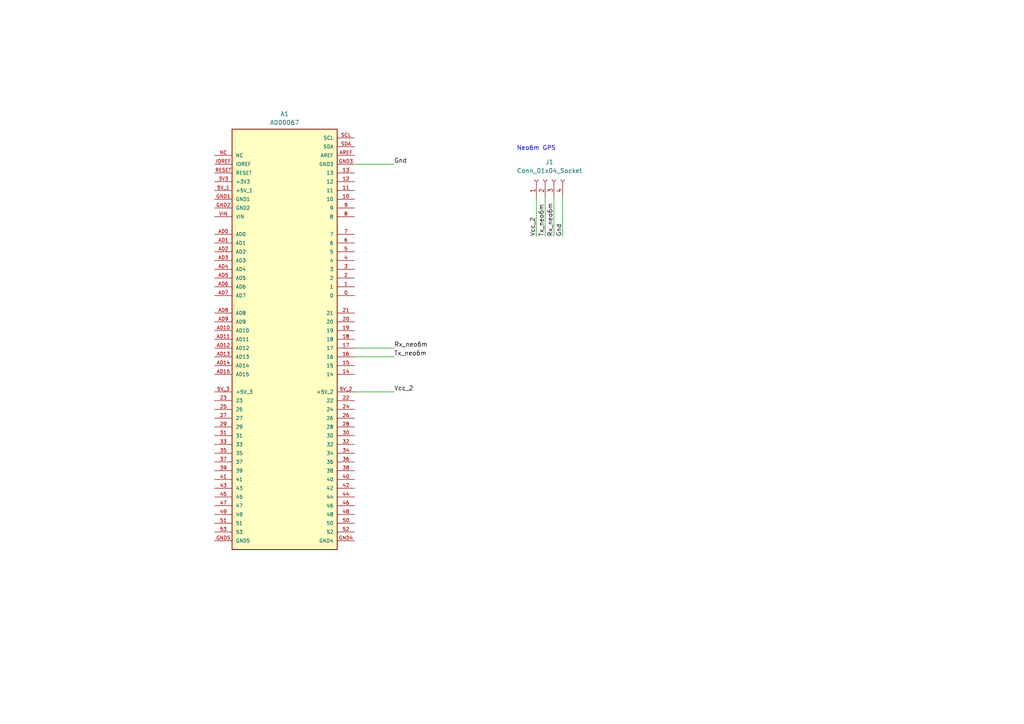
<source format=kicad_sch>
(kicad_sch (version 20230121) (generator eeschema)

  (uuid a2ba3659-10d6-4a5f-8b90-48454744c6da)

  (paper "A4")

  (title_block
    (title "Dashboard")
    (date "2024-03-28")
    (rev "v01")
    (company "Apex Racing Team")
    (comment 2 "creativecommons.org/licenses/by/4.0/")
    (comment 3 "License: CC BY 4.0")
    (comment 4 "Author: Sreeram R")
  )

  (lib_symbols
    (symbol "A000067:A000067" (pin_names (offset 1.016)) (in_bom yes) (on_board yes)
      (property "Reference" "A" (at -15.24 61.595 0)
        (effects (font (size 1.27 1.27)) (justify left bottom))
      )
      (property "Value" "A000067" (at -15.24 -63.5 0)
        (effects (font (size 1.27 1.27)) (justify left bottom))
      )
      (property "Footprint" "A000067:ARDUINO_A000067" (at 0 0 0)
        (effects (font (size 1.27 1.27)) (justify bottom) hide)
      )
      (property "Datasheet" "" (at 0 0 0)
        (effects (font (size 1.27 1.27)) hide)
      )
      (property "MF" "Arduino" (at 0 0 0)
        (effects (font (size 1.27 1.27)) (justify bottom) hide)
      )
      (property "SNAPEDA_PACKAGE_ID" "116889" (at 0 0 0)
        (effects (font (size 1.27 1.27)) (justify bottom) hide)
      )
      (property "Package" "Non-Standard Arduino" (at 0 0 0)
        (effects (font (size 1.27 1.27)) (justify bottom) hide)
      )
      (property "Price" "None" (at 0 0 0)
        (effects (font (size 1.27 1.27)) (justify bottom) hide)
      )
      (property "Check_prices" "https://www.snapeda.com/parts/A000067/Arduino/view-part/?ref=eda" (at 0 0 0)
        (effects (font (size 1.27 1.27)) (justify bottom) hide)
      )
      (property "STANDARD" "Manufacturer Recommendations" (at 0 0 0)
        (effects (font (size 1.27 1.27)) (justify bottom) hide)
      )
      (property "PARTREV" "3" (at 0 0 0)
        (effects (font (size 1.27 1.27)) (justify bottom) hide)
      )
      (property "SnapEDA_Link" "https://www.snapeda.com/parts/A000067/Arduino/view-part/?ref=snap" (at 0 0 0)
        (effects (font (size 1.27 1.27)) (justify bottom) hide)
      )
      (property "MP" "A000067" (at 0 0 0)
        (effects (font (size 1.27 1.27)) (justify bottom) hide)
      )
      (property "Description" "\nArduino Mega 2560 Rev3 Microcontroller Board, ATmega2560 | Arduino A000067\n" (at 0 0 0)
        (effects (font (size 1.27 1.27)) (justify bottom) hide)
      )
      (property "Availability" "In Stock" (at 0 0 0)
        (effects (font (size 1.27 1.27)) (justify bottom) hide)
      )
      (property "MANUFACTURER" "Arduino" (at 0 0 0)
        (effects (font (size 1.27 1.27)) (justify bottom) hide)
      )
      (symbol "A000067_0_0"
        (rectangle (start -15.24 -60.96) (end 15.24 60.96)
          (stroke (width 0.254) (type default))
          (fill (type background))
        )
        (pin passive line (at 20.32 12.7 180) (length 5.08)
          (name "0" (effects (font (size 1.016 1.016))))
          (number "0" (effects (font (size 1.016 1.016))))
        )
        (pin passive line (at 20.32 15.24 180) (length 5.08)
          (name "1" (effects (font (size 1.016 1.016))))
          (number "1" (effects (font (size 1.016 1.016))))
        )
        (pin passive line (at 20.32 40.64 180) (length 5.08)
          (name "10" (effects (font (size 1.016 1.016))))
          (number "10" (effects (font (size 1.016 1.016))))
        )
        (pin passive line (at 20.32 43.18 180) (length 5.08)
          (name "11" (effects (font (size 1.016 1.016))))
          (number "11" (effects (font (size 1.016 1.016))))
        )
        (pin passive line (at 20.32 45.72 180) (length 5.08)
          (name "12" (effects (font (size 1.016 1.016))))
          (number "12" (effects (font (size 1.016 1.016))))
        )
        (pin passive line (at 20.32 48.26 180) (length 5.08)
          (name "13" (effects (font (size 1.016 1.016))))
          (number "13" (effects (font (size 1.016 1.016))))
        )
        (pin passive line (at 20.32 -10.16 180) (length 5.08)
          (name "14" (effects (font (size 1.016 1.016))))
          (number "14" (effects (font (size 1.016 1.016))))
        )
        (pin passive line (at 20.32 -7.62 180) (length 5.08)
          (name "15" (effects (font (size 1.016 1.016))))
          (number "15" (effects (font (size 1.016 1.016))))
        )
        (pin passive line (at 20.32 -5.08 180) (length 5.08)
          (name "16" (effects (font (size 1.016 1.016))))
          (number "16" (effects (font (size 1.016 1.016))))
        )
        (pin passive line (at 20.32 -2.54 180) (length 5.08)
          (name "17" (effects (font (size 1.016 1.016))))
          (number "17" (effects (font (size 1.016 1.016))))
        )
        (pin passive line (at 20.32 0 180) (length 5.08)
          (name "18" (effects (font (size 1.016 1.016))))
          (number "18" (effects (font (size 1.016 1.016))))
        )
        (pin passive line (at 20.32 2.54 180) (length 5.08)
          (name "19" (effects (font (size 1.016 1.016))))
          (number "19" (effects (font (size 1.016 1.016))))
        )
        (pin passive line (at 20.32 17.78 180) (length 5.08)
          (name "2" (effects (font (size 1.016 1.016))))
          (number "2" (effects (font (size 1.016 1.016))))
        )
        (pin passive line (at 20.32 5.08 180) (length 5.08)
          (name "20" (effects (font (size 1.016 1.016))))
          (number "20" (effects (font (size 1.016 1.016))))
        )
        (pin passive line (at 20.32 7.62 180) (length 5.08)
          (name "21" (effects (font (size 1.016 1.016))))
          (number "21" (effects (font (size 1.016 1.016))))
        )
        (pin passive line (at 20.32 -17.78 180) (length 5.08)
          (name "22" (effects (font (size 1.016 1.016))))
          (number "22" (effects (font (size 1.016 1.016))))
        )
        (pin passive line (at -20.32 -17.78 0) (length 5.08)
          (name "23" (effects (font (size 1.016 1.016))))
          (number "23" (effects (font (size 1.016 1.016))))
        )
        (pin passive line (at 20.32 -20.32 180) (length 5.08)
          (name "24" (effects (font (size 1.016 1.016))))
          (number "24" (effects (font (size 1.016 1.016))))
        )
        (pin passive line (at -20.32 -20.32 0) (length 5.08)
          (name "25" (effects (font (size 1.016 1.016))))
          (number "25" (effects (font (size 1.016 1.016))))
        )
        (pin passive line (at 20.32 -22.86 180) (length 5.08)
          (name "26" (effects (font (size 1.016 1.016))))
          (number "26" (effects (font (size 1.016 1.016))))
        )
        (pin passive line (at -20.32 -22.86 0) (length 5.08)
          (name "27" (effects (font (size 1.016 1.016))))
          (number "27" (effects (font (size 1.016 1.016))))
        )
        (pin passive line (at 20.32 -25.4 180) (length 5.08)
          (name "28" (effects (font (size 1.016 1.016))))
          (number "28" (effects (font (size 1.016 1.016))))
        )
        (pin passive line (at -20.32 -25.4 0) (length 5.08)
          (name "29" (effects (font (size 1.016 1.016))))
          (number "29" (effects (font (size 1.016 1.016))))
        )
        (pin passive line (at 20.32 20.32 180) (length 5.08)
          (name "3" (effects (font (size 1.016 1.016))))
          (number "3" (effects (font (size 1.016 1.016))))
        )
        (pin passive line (at 20.32 -27.94 180) (length 5.08)
          (name "30" (effects (font (size 1.016 1.016))))
          (number "30" (effects (font (size 1.016 1.016))))
        )
        (pin passive line (at -20.32 -27.94 0) (length 5.08)
          (name "31" (effects (font (size 1.016 1.016))))
          (number "31" (effects (font (size 1.016 1.016))))
        )
        (pin passive line (at 20.32 -30.48 180) (length 5.08)
          (name "32" (effects (font (size 1.016 1.016))))
          (number "32" (effects (font (size 1.016 1.016))))
        )
        (pin passive line (at -20.32 -30.48 0) (length 5.08)
          (name "33" (effects (font (size 1.016 1.016))))
          (number "33" (effects (font (size 1.016 1.016))))
        )
        (pin passive line (at 20.32 -33.02 180) (length 5.08)
          (name "34" (effects (font (size 1.016 1.016))))
          (number "34" (effects (font (size 1.016 1.016))))
        )
        (pin passive line (at -20.32 -33.02 0) (length 5.08)
          (name "35" (effects (font (size 1.016 1.016))))
          (number "35" (effects (font (size 1.016 1.016))))
        )
        (pin passive line (at 20.32 -35.56 180) (length 5.08)
          (name "36" (effects (font (size 1.016 1.016))))
          (number "36" (effects (font (size 1.016 1.016))))
        )
        (pin passive line (at -20.32 -35.56 0) (length 5.08)
          (name "37" (effects (font (size 1.016 1.016))))
          (number "37" (effects (font (size 1.016 1.016))))
        )
        (pin passive line (at 20.32 -38.1 180) (length 5.08)
          (name "38" (effects (font (size 1.016 1.016))))
          (number "38" (effects (font (size 1.016 1.016))))
        )
        (pin passive line (at -20.32 -38.1 0) (length 5.08)
          (name "39" (effects (font (size 1.016 1.016))))
          (number "39" (effects (font (size 1.016 1.016))))
        )
        (pin passive line (at -20.32 45.72 0) (length 5.08)
          (name "+3V3" (effects (font (size 1.016 1.016))))
          (number "3V3" (effects (font (size 1.016 1.016))))
        )
        (pin passive line (at 20.32 22.86 180) (length 5.08)
          (name "4" (effects (font (size 1.016 1.016))))
          (number "4" (effects (font (size 1.016 1.016))))
        )
        (pin passive line (at 20.32 -40.64 180) (length 5.08)
          (name "40" (effects (font (size 1.016 1.016))))
          (number "40" (effects (font (size 1.016 1.016))))
        )
        (pin passive line (at -20.32 -40.64 0) (length 5.08)
          (name "41" (effects (font (size 1.016 1.016))))
          (number "41" (effects (font (size 1.016 1.016))))
        )
        (pin passive line (at 20.32 -43.18 180) (length 5.08)
          (name "42" (effects (font (size 1.016 1.016))))
          (number "42" (effects (font (size 1.016 1.016))))
        )
        (pin passive line (at -20.32 -43.18 0) (length 5.08)
          (name "43" (effects (font (size 1.016 1.016))))
          (number "43" (effects (font (size 1.016 1.016))))
        )
        (pin passive line (at 20.32 -45.72 180) (length 5.08)
          (name "44" (effects (font (size 1.016 1.016))))
          (number "44" (effects (font (size 1.016 1.016))))
        )
        (pin passive line (at -20.32 -45.72 0) (length 5.08)
          (name "45" (effects (font (size 1.016 1.016))))
          (number "45" (effects (font (size 1.016 1.016))))
        )
        (pin passive line (at 20.32 -48.26 180) (length 5.08)
          (name "46" (effects (font (size 1.016 1.016))))
          (number "46" (effects (font (size 1.016 1.016))))
        )
        (pin passive line (at -20.32 -48.26 0) (length 5.08)
          (name "47" (effects (font (size 1.016 1.016))))
          (number "47" (effects (font (size 1.016 1.016))))
        )
        (pin passive line (at 20.32 -50.8 180) (length 5.08)
          (name "48" (effects (font (size 1.016 1.016))))
          (number "48" (effects (font (size 1.016 1.016))))
        )
        (pin passive line (at -20.32 -50.8 0) (length 5.08)
          (name "49" (effects (font (size 1.016 1.016))))
          (number "49" (effects (font (size 1.016 1.016))))
        )
        (pin passive line (at 20.32 25.4 180) (length 5.08)
          (name "5" (effects (font (size 1.016 1.016))))
          (number "5" (effects (font (size 1.016 1.016))))
        )
        (pin passive line (at 20.32 -53.34 180) (length 5.08)
          (name "50" (effects (font (size 1.016 1.016))))
          (number "50" (effects (font (size 1.016 1.016))))
        )
        (pin passive line (at -20.32 -53.34 0) (length 5.08)
          (name "51" (effects (font (size 1.016 1.016))))
          (number "51" (effects (font (size 1.016 1.016))))
        )
        (pin passive line (at 20.32 -55.88 180) (length 5.08)
          (name "52" (effects (font (size 1.016 1.016))))
          (number "52" (effects (font (size 1.016 1.016))))
        )
        (pin passive line (at -20.32 -55.88 0) (length 5.08)
          (name "53" (effects (font (size 1.016 1.016))))
          (number "53" (effects (font (size 1.016 1.016))))
        )
        (pin passive line (at -20.32 43.18 0) (length 5.08)
          (name "+5V_1" (effects (font (size 1.016 1.016))))
          (number "5V_1" (effects (font (size 1.016 1.016))))
        )
        (pin passive line (at 20.32 -15.24 180) (length 5.08)
          (name "+5V_2" (effects (font (size 1.016 1.016))))
          (number "5V_2" (effects (font (size 1.016 1.016))))
        )
        (pin passive line (at -20.32 -15.24 0) (length 5.08)
          (name "+5V_3" (effects (font (size 1.016 1.016))))
          (number "5V_3" (effects (font (size 1.016 1.016))))
        )
        (pin passive line (at 20.32 27.94 180) (length 5.08)
          (name "6" (effects (font (size 1.016 1.016))))
          (number "6" (effects (font (size 1.016 1.016))))
        )
        (pin passive line (at 20.32 30.48 180) (length 5.08)
          (name "7" (effects (font (size 1.016 1.016))))
          (number "7" (effects (font (size 1.016 1.016))))
        )
        (pin passive line (at 20.32 35.56 180) (length 5.08)
          (name "8" (effects (font (size 1.016 1.016))))
          (number "8" (effects (font (size 1.016 1.016))))
        )
        (pin passive line (at 20.32 38.1 180) (length 5.08)
          (name "9" (effects (font (size 1.016 1.016))))
          (number "9" (effects (font (size 1.016 1.016))))
        )
        (pin passive line (at -20.32 30.48 0) (length 5.08)
          (name "AD0" (effects (font (size 1.016 1.016))))
          (number "AD0" (effects (font (size 1.016 1.016))))
        )
        (pin passive line (at -20.32 27.94 0) (length 5.08)
          (name "AD1" (effects (font (size 1.016 1.016))))
          (number "AD1" (effects (font (size 1.016 1.016))))
        )
        (pin passive line (at -20.32 2.54 0) (length 5.08)
          (name "AD10" (effects (font (size 1.016 1.016))))
          (number "AD10" (effects (font (size 1.016 1.016))))
        )
        (pin passive line (at -20.32 0 0) (length 5.08)
          (name "AD11" (effects (font (size 1.016 1.016))))
          (number "AD11" (effects (font (size 1.016 1.016))))
        )
        (pin passive line (at -20.32 -2.54 0) (length 5.08)
          (name "AD12" (effects (font (size 1.016 1.016))))
          (number "AD12" (effects (font (size 1.016 1.016))))
        )
        (pin passive line (at -20.32 -5.08 0) (length 5.08)
          (name "AD13" (effects (font (size 1.016 1.016))))
          (number "AD13" (effects (font (size 1.016 1.016))))
        )
        (pin passive line (at -20.32 -7.62 0) (length 5.08)
          (name "AD14" (effects (font (size 1.016 1.016))))
          (number "AD14" (effects (font (size 1.016 1.016))))
        )
        (pin passive line (at -20.32 -10.16 0) (length 5.08)
          (name "AD15" (effects (font (size 1.016 1.016))))
          (number "AD15" (effects (font (size 1.016 1.016))))
        )
        (pin passive line (at -20.32 25.4 0) (length 5.08)
          (name "AD2" (effects (font (size 1.016 1.016))))
          (number "AD2" (effects (font (size 1.016 1.016))))
        )
        (pin passive line (at -20.32 22.86 0) (length 5.08)
          (name "AD3" (effects (font (size 1.016 1.016))))
          (number "AD3" (effects (font (size 1.016 1.016))))
        )
        (pin passive line (at -20.32 20.32 0) (length 5.08)
          (name "AD4" (effects (font (size 1.016 1.016))))
          (number "AD4" (effects (font (size 1.016 1.016))))
        )
        (pin passive line (at -20.32 17.78 0) (length 5.08)
          (name "AD5" (effects (font (size 1.016 1.016))))
          (number "AD5" (effects (font (size 1.016 1.016))))
        )
        (pin passive line (at -20.32 15.24 0) (length 5.08)
          (name "AD6" (effects (font (size 1.016 1.016))))
          (number "AD6" (effects (font (size 1.016 1.016))))
        )
        (pin passive line (at -20.32 12.7 0) (length 5.08)
          (name "AD7" (effects (font (size 1.016 1.016))))
          (number "AD7" (effects (font (size 1.016 1.016))))
        )
        (pin passive line (at -20.32 7.62 0) (length 5.08)
          (name "AD8" (effects (font (size 1.016 1.016))))
          (number "AD8" (effects (font (size 1.016 1.016))))
        )
        (pin passive line (at -20.32 5.08 0) (length 5.08)
          (name "AD9" (effects (font (size 1.016 1.016))))
          (number "AD9" (effects (font (size 1.016 1.016))))
        )
        (pin passive line (at 20.32 53.34 180) (length 5.08)
          (name "AREF" (effects (font (size 1.016 1.016))))
          (number "AREF" (effects (font (size 1.016 1.016))))
        )
        (pin passive line (at -20.32 40.64 0) (length 5.08)
          (name "GND1" (effects (font (size 1.016 1.016))))
          (number "GND1" (effects (font (size 1.016 1.016))))
        )
        (pin passive line (at -20.32 38.1 0) (length 5.08)
          (name "GND2" (effects (font (size 1.016 1.016))))
          (number "GND2" (effects (font (size 1.016 1.016))))
        )
        (pin passive line (at 20.32 50.8 180) (length 5.08)
          (name "GND3" (effects (font (size 1.016 1.016))))
          (number "GND3" (effects (font (size 1.016 1.016))))
        )
        (pin passive line (at 20.32 -58.42 180) (length 5.08)
          (name "GND4" (effects (font (size 1.016 1.016))))
          (number "GND4" (effects (font (size 1.016 1.016))))
        )
        (pin passive line (at -20.32 -58.42 0) (length 5.08)
          (name "GND5" (effects (font (size 1.016 1.016))))
          (number "GND5" (effects (font (size 1.016 1.016))))
        )
        (pin passive line (at -20.32 50.8 0) (length 5.08)
          (name "IOREF" (effects (font (size 1.016 1.016))))
          (number "IOREF" (effects (font (size 1.016 1.016))))
        )
        (pin passive line (at -20.32 53.34 0) (length 5.08)
          (name "NC" (effects (font (size 1.016 1.016))))
          (number "NC" (effects (font (size 1.016 1.016))))
        )
        (pin passive line (at -20.32 48.26 0) (length 5.08)
          (name "RESET" (effects (font (size 1.016 1.016))))
          (number "RESET" (effects (font (size 1.016 1.016))))
        )
        (pin passive line (at 20.32 58.42 180) (length 5.08)
          (name "SCL" (effects (font (size 1.016 1.016))))
          (number "SCL" (effects (font (size 1.016 1.016))))
        )
        (pin passive line (at 20.32 55.88 180) (length 5.08)
          (name "SDA" (effects (font (size 1.016 1.016))))
          (number "SDA" (effects (font (size 1.016 1.016))))
        )
        (pin passive line (at -20.32 35.56 0) (length 5.08)
          (name "VIN" (effects (font (size 1.016 1.016))))
          (number "VIN" (effects (font (size 1.016 1.016))))
        )
      )
    )
    (symbol "Connector:Conn_01x04_Socket" (pin_names (offset 1.016) hide) (in_bom yes) (on_board yes)
      (property "Reference" "J" (at 0 5.08 0)
        (effects (font (size 1.27 1.27)))
      )
      (property "Value" "Conn_01x04_Socket" (at 0 -7.62 0)
        (effects (font (size 1.27 1.27)))
      )
      (property "Footprint" "" (at 0 0 0)
        (effects (font (size 1.27 1.27)) hide)
      )
      (property "Datasheet" "~" (at 0 0 0)
        (effects (font (size 1.27 1.27)) hide)
      )
      (property "ki_locked" "" (at 0 0 0)
        (effects (font (size 1.27 1.27)))
      )
      (property "ki_keywords" "connector" (at 0 0 0)
        (effects (font (size 1.27 1.27)) hide)
      )
      (property "ki_description" "Generic connector, single row, 01x04, script generated" (at 0 0 0)
        (effects (font (size 1.27 1.27)) hide)
      )
      (property "ki_fp_filters" "Connector*:*_1x??_*" (at 0 0 0)
        (effects (font (size 1.27 1.27)) hide)
      )
      (symbol "Conn_01x04_Socket_1_1"
        (arc (start 0 -4.572) (mid -0.5058 -5.08) (end 0 -5.588)
          (stroke (width 0.1524) (type default))
          (fill (type none))
        )
        (arc (start 0 -2.032) (mid -0.5058 -2.54) (end 0 -3.048)
          (stroke (width 0.1524) (type default))
          (fill (type none))
        )
        (polyline
          (pts
            (xy -1.27 -5.08)
            (xy -0.508 -5.08)
          )
          (stroke (width 0.1524) (type default))
          (fill (type none))
        )
        (polyline
          (pts
            (xy -1.27 -2.54)
            (xy -0.508 -2.54)
          )
          (stroke (width 0.1524) (type default))
          (fill (type none))
        )
        (polyline
          (pts
            (xy -1.27 0)
            (xy -0.508 0)
          )
          (stroke (width 0.1524) (type default))
          (fill (type none))
        )
        (polyline
          (pts
            (xy -1.27 2.54)
            (xy -0.508 2.54)
          )
          (stroke (width 0.1524) (type default))
          (fill (type none))
        )
        (arc (start 0 0.508) (mid -0.5058 0) (end 0 -0.508)
          (stroke (width 0.1524) (type default))
          (fill (type none))
        )
        (arc (start 0 3.048) (mid -0.5058 2.54) (end 0 2.032)
          (stroke (width 0.1524) (type default))
          (fill (type none))
        )
        (pin passive line (at -5.08 2.54 0) (length 3.81)
          (name "Pin_1" (effects (font (size 1.27 1.27))))
          (number "1" (effects (font (size 1.27 1.27))))
        )
        (pin passive line (at -5.08 0 0) (length 3.81)
          (name "Pin_2" (effects (font (size 1.27 1.27))))
          (number "2" (effects (font (size 1.27 1.27))))
        )
        (pin passive line (at -5.08 -2.54 0) (length 3.81)
          (name "Pin_3" (effects (font (size 1.27 1.27))))
          (number "3" (effects (font (size 1.27 1.27))))
        )
        (pin passive line (at -5.08 -5.08 0) (length 3.81)
          (name "Pin_4" (effects (font (size 1.27 1.27))))
          (number "4" (effects (font (size 1.27 1.27))))
        )
      )
    )
  )


  (wire (pts (xy 158.115 57.15) (xy 158.115 68.58))
    (stroke (width 0) (type default))
    (uuid 19c5f340-e87e-4843-a8a3-6f222d0fe696)
  )
  (wire (pts (xy 102.87 103.505) (xy 114.3 103.505))
    (stroke (width 0) (type default))
    (uuid 20cb853e-1067-4535-baf8-49120cda65df)
  )
  (wire (pts (xy 102.87 113.665) (xy 114.3 113.665))
    (stroke (width 0) (type default))
    (uuid 587f3f9a-2e59-462f-bb28-b7b3b7cd4305)
  )
  (wire (pts (xy 102.87 100.965) (xy 114.3 100.965))
    (stroke (width 0) (type default))
    (uuid 7d53c111-c241-4d45-b7aa-27b404e74b04)
  )
  (wire (pts (xy 160.655 57.15) (xy 160.655 68.58))
    (stroke (width 0) (type default))
    (uuid 9d93015c-838f-474e-af18-c99ddb9b1164)
  )
  (wire (pts (xy 102.87 47.625) (xy 114.3 47.625))
    (stroke (width 0) (type default))
    (uuid a5bee072-b88f-4a8f-8b20-5869bf2919f4)
  )
  (wire (pts (xy 163.195 57.15) (xy 163.195 68.58))
    (stroke (width 0) (type default))
    (uuid b82dbe56-ee2d-4c46-a023-86ef7d16a77e)
  )
  (wire (pts (xy 155.575 57.15) (xy 155.575 68.58))
    (stroke (width 0) (type default))
    (uuid ec6aedd6-f1bb-4634-a5e9-b54012af3e37)
  )

  (text "Neo6m GPS" (at 149.86 43.815 0)
    (effects (font (size 1.27 1.27)) (justify left bottom))
    (uuid e387f0ba-ec5a-4b60-979b-9fec2ef5a32e)
  )

  (label "Tx_neo6m" (at 158.115 68.58 90) (fields_autoplaced)
    (effects (font (size 1.27 1.27)) (justify left bottom))
    (uuid 32d07b77-f80f-48eb-b217-6d00f93a1073)
  )
  (label "Vcc_2" (at 155.575 68.58 90) (fields_autoplaced)
    (effects (font (size 1.27 1.27)) (justify left bottom))
    (uuid 367d8a33-226f-4bd5-9204-714625f83d20)
  )
  (label "Rx_neo6m" (at 114.3 100.965 0) (fields_autoplaced)
    (effects (font (size 1.27 1.27)) (justify left bottom))
    (uuid 4f207563-fc6e-41d3-93be-e5947f54ccc7)
  )
  (label "Tx_neo6m" (at 114.3 103.505 0) (fields_autoplaced)
    (effects (font (size 1.27 1.27)) (justify left bottom))
    (uuid 858ba3a1-cb1b-475d-8075-4bf22ce41345)
  )
  (label "Vcc_2" (at 114.3 113.665 0) (fields_autoplaced)
    (effects (font (size 1.27 1.27)) (justify left bottom))
    (uuid 8c355e41-9b3f-42df-82fc-c0e5fb594968)
  )
  (label "Gnd" (at 114.3 47.625 0) (fields_autoplaced)
    (effects (font (size 1.27 1.27)) (justify left bottom))
    (uuid 93b85e54-2621-47ab-ac15-8c40be9c5a3a)
  )
  (label "Rx_neo6m" (at 160.655 68.58 90) (fields_autoplaced)
    (effects (font (size 1.27 1.27)) (justify left bottom))
    (uuid 990083b9-c547-47a4-b3af-443fc9f89d6a)
  )
  (label "Gnd" (at 163.195 68.58 90) (fields_autoplaced)
    (effects (font (size 1.27 1.27)) (justify left bottom))
    (uuid d2c8cba5-f6d7-45df-a934-3f86598b32fb)
  )

  (symbol (lib_id "Connector:Conn_01x04_Socket") (at 158.115 52.07 90) (unit 1)
    (in_bom yes) (on_board yes) (dnp no) (fields_autoplaced)
    (uuid 494bb8e0-7848-4359-bfb2-0d813848e599)
    (property "Reference" "J1" (at 159.385 46.99 90)
      (effects (font (size 1.27 1.27)))
    )
    (property "Value" "Conn_01x04_Socket" (at 159.385 49.53 90)
      (effects (font (size 1.27 1.27)))
    )
    (property "Footprint" "" (at 158.115 52.07 0)
      (effects (font (size 1.27 1.27)) hide)
    )
    (property "Datasheet" "~" (at 158.115 52.07 0)
      (effects (font (size 1.27 1.27)) hide)
    )
    (pin "1" (uuid 38db565d-675c-4ed7-95f1-6296f0037c2d))
    (pin "4" (uuid 25b6b346-76b7-4408-9405-32dcf990e7b3))
    (pin "2" (uuid e0f87261-64bb-4de7-b341-9ca7c49896d4))
    (pin "3" (uuid e61ff7af-f230-466e-8fd8-ff44cc26fcbf))
    (instances
      (project "Innovation Dashboard"
        (path "/a2ba3659-10d6-4a5f-8b90-48454744c6da"
          (reference "J1") (unit 1)
        )
      )
    )
  )

  (symbol (lib_id "A000067:A000067") (at 82.55 98.425 0) (unit 1)
    (in_bom yes) (on_board yes) (dnp no) (fields_autoplaced)
    (uuid 4df52f69-ef86-4218-ac8c-27fb824e4a35)
    (property "Reference" "A1" (at 82.55 33.02 0)
      (effects (font (size 1.27 1.27)))
    )
    (property "Value" "A000067" (at 82.55 35.56 0)
      (effects (font (size 1.27 1.27)))
    )
    (property "Footprint" "A000067:ARDUINO_A000067" (at 82.55 98.425 0)
      (effects (font (size 1.27 1.27)) (justify bottom) hide)
    )
    (property "Datasheet" "" (at 82.55 98.425 0)
      (effects (font (size 1.27 1.27)) hide)
    )
    (property "MF" "Arduino" (at 82.55 98.425 0)
      (effects (font (size 1.27 1.27)) (justify bottom) hide)
    )
    (property "SNAPEDA_PACKAGE_ID" "116889" (at 82.55 98.425 0)
      (effects (font (size 1.27 1.27)) (justify bottom) hide)
    )
    (property "Package" "Non-Standard Arduino" (at 82.55 98.425 0)
      (effects (font (size 1.27 1.27)) (justify bottom) hide)
    )
    (property "Price" "None" (at 82.55 98.425 0)
      (effects (font (size 1.27 1.27)) (justify bottom) hide)
    )
    (property "Check_prices" "https://www.snapeda.com/parts/A000067/Arduino/view-part/?ref=eda" (at 82.55 98.425 0)
      (effects (font (size 1.27 1.27)) (justify bottom) hide)
    )
    (property "STANDARD" "Manufacturer Recommendations" (at 82.55 98.425 0)
      (effects (font (size 1.27 1.27)) (justify bottom) hide)
    )
    (property "PARTREV" "3" (at 82.55 98.425 0)
      (effects (font (size 1.27 1.27)) (justify bottom) hide)
    )
    (property "SnapEDA_Link" "https://www.snapeda.com/parts/A000067/Arduino/view-part/?ref=snap" (at 82.55 98.425 0)
      (effects (font (size 1.27 1.27)) (justify bottom) hide)
    )
    (property "MP" "A000067" (at 82.55 98.425 0)
      (effects (font (size 1.27 1.27)) (justify bottom) hide)
    )
    (property "Description" "\nArduino Mega 2560 Rev3 Microcontroller Board, ATmega2560 | Arduino A000067\n" (at 82.55 98.425 0)
      (effects (font (size 1.27 1.27)) (justify bottom) hide)
    )
    (property "Availability" "In Stock" (at 82.55 98.425 0)
      (effects (font (size 1.27 1.27)) (justify bottom) hide)
    )
    (property "MANUFACTURER" "Arduino" (at 82.55 98.425 0)
      (effects (font (size 1.27 1.27)) (justify bottom) hide)
    )
    (pin "6" (uuid 96425f3b-4c6c-4676-947d-019a23b4fd91))
    (pin "VIN" (uuid ef23befe-e264-4797-ab62-a8aa89fd4701))
    (pin "SDA" (uuid 188aada9-64d9-441b-bf6b-a6ac1aa61b23))
    (pin "SCL" (uuid 045ab4aa-d04e-4e23-9ea1-77b820ad123f))
    (pin "GND5" (uuid ba111e05-5c84-486d-b2f3-ab27b414207f))
    (pin "AD7" (uuid c72fa381-e8f4-4ab4-86bd-dcf996a69c0b))
    (pin "GND4" (uuid 83021bfc-7b80-4de9-9820-751f7773407f))
    (pin "8" (uuid 2f8e280f-4776-434a-87b5-867e1931fee6))
    (pin "7" (uuid b6a4cf32-73f0-4d5b-989d-8303e3a8bd9c))
    (pin "AD13" (uuid 1c2636e6-1025-461c-8422-b845383521c0))
    (pin "GND3" (uuid 43e3b162-b3a4-470d-bfba-dc58101334bc))
    (pin "IOREF" (uuid 789d0b46-2c0d-4f73-a3f2-95b7c05db2b8))
    (pin "AD3" (uuid c97e41d8-c1e1-400a-a4cd-69d67eb21715))
    (pin "AD5" (uuid 0d3778e1-26a5-4fa1-be15-d9b77b84c043))
    (pin "AD11" (uuid e2b048f4-3cd1-4bfa-9528-9c6cd2af7ffd))
    (pin "AD0" (uuid 6f2d02e0-944f-47a6-a3fc-aaa24782da8f))
    (pin "AD9" (uuid 4bb47eae-fab4-4230-b432-548623490b41))
    (pin "AD1" (uuid 975fc2fd-e72e-4cef-926e-640103250811))
    (pin "AD10" (uuid bdcc25db-90f7-4ad7-9107-538243f86151))
    (pin "GND1" (uuid 4756d3d4-0d22-4b4d-830c-110c877cce1d))
    (pin "AD15" (uuid 9ee77c39-cb36-4971-a7dd-6bb0b1904e27))
    (pin "AD4" (uuid 009072ee-5ca7-4b01-a7c8-18373f4b5363))
    (pin "AREF" (uuid e9d648dd-2e27-43a8-ae69-e3c94d47c092))
    (pin "AD12" (uuid 93deb902-be40-4f68-a3a2-08daa5447b61))
    (pin "9" (uuid edb14bf5-9a70-497f-946a-1ba7c84386b8))
    (pin "GND2" (uuid 266e5ce0-a37c-4306-9e56-ae606bd83c01))
    (pin "NC" (uuid c862b9f2-ca65-494c-80ab-f832d61c2dfa))
    (pin "RESET" (uuid e3375478-d43f-4b61-8d62-617ff4a6d4b0))
    (pin "AD2" (uuid c9c93ffb-8540-49f3-8e31-0792e588d5fd))
    (pin "AD14" (uuid cf371d03-0304-402f-86b6-46aaf48544fc))
    (pin "AD6" (uuid dfe0d5fd-c040-4027-842f-f81d37c04501))
    (pin "AD8" (uuid 1e9401ed-7558-42d2-ac8e-5b8d95b057d3))
    (pin "38" (uuid 1f230f55-5c57-45cd-a747-eef50e269274))
    (pin "42" (uuid fa7e5c42-fb4f-4b84-969d-1dc5a8731e28))
    (pin "44" (uuid 4a8c0dfa-3c75-452b-9656-91f533bf620e))
    (pin "45" (uuid 57989006-7b15-4ed9-8f28-35d0305bce6f))
    (pin "47" (uuid 8b3152ad-b4d6-4081-ba86-df94cf1406c2))
    (pin "43" (uuid 5ab7d95a-dce6-4d9f-86b5-1defa148642c))
    (pin "48" (uuid d8933c76-f34c-4384-ad9e-00923245a587))
    (pin "53" (uuid 78ecf1e7-ec17-4d39-b168-96eac5e024ca))
    (pin "5V_1" (uuid b33a7a28-aac0-4f71-b5e1-6875b8944b64))
    (pin "46" (uuid adad3241-47b1-4463-9492-3a3ad605f074))
    (pin "33" (uuid 342c80d5-8bc7-4fc7-9eb5-b16093fd6a82))
    (pin "5" (uuid 923f7749-3950-4e81-aef3-1e8c664034b0))
    (pin "50" (uuid 54ed74a4-27f7-4799-9fc7-ccefa6c6538d))
    (pin "5V_2" (uuid 716e396c-b9a7-4d85-9995-86532070ae58))
    (pin "34" (uuid 7863a9b1-fb24-4434-8999-1915a526fdf8))
    (pin "4" (uuid 4de1c3b6-772c-40e8-a766-f7f8258603fc))
    (pin "52" (uuid 31482df9-08e2-4aab-b8d7-0aae3c38ba4e))
    (pin "39" (uuid 5eeca115-8889-4911-8285-8ebeef0aaf0c))
    (pin "36" (uuid 56c82a01-e5af-498c-85a7-3954258147ff))
    (pin "40" (uuid dbf06479-8906-4140-9a60-37d9b1d62d70))
    (pin "51" (uuid a6d7206d-aa60-424a-826c-983f0148e011))
    (pin "41" (uuid b53c2836-8e33-4f29-bc1f-1d53df32f8b1))
    (pin "49" (uuid f268bdb8-0762-4b09-b115-7b2bc5c59ac8))
    (pin "37" (uuid 3795a728-53b4-45bc-9dc8-2f952529f994))
    (pin "35" (uuid a0df88ce-937c-4181-b1d5-2f223d353364))
    (pin "3V3" (uuid 8597e922-a803-46bc-95b2-93dfe0a55c8d))
    (pin "5V_3" (uuid e57fec6d-7209-479c-9a16-3b61edfe17a6))
    (pin "11" (uuid 70b68ccb-f3ea-4549-8023-703290a8ad98))
    (pin "19" (uuid 402ad661-d2d4-452a-94f2-1fa95c549ec8))
    (pin "25" (uuid f8b6f8e5-08f8-4370-a731-55606f00551f))
    (pin "15" (uuid 4e55d682-1db3-4448-a064-b7dceba45a0b))
    (pin "23" (uuid eafc8618-4d99-43af-a619-51418114cb71))
    (pin "3" (uuid 85eed56e-20eb-4b2a-b3bf-df0d4732c8a9))
    (pin "14" (uuid ddb53c0a-2056-4816-84da-c2260ea09f7d))
    (pin "10" (uuid 36000d81-3805-4efa-97c1-4a51751b7120))
    (pin "17" (uuid a5ef82de-cc80-4af2-8278-5341a38b9b85))
    (pin "20" (uuid 9f7f046c-b735-4a1d-8ee9-1d35b79d6950))
    (pin "21" (uuid 0e1af711-93c2-429c-9a4c-c92d697c5f32))
    (pin "22" (uuid c5bdd678-0aa8-4857-920b-92ce2ebf81b4))
    (pin "24" (uuid 7dc16f37-ac29-43fc-8862-387525922627))
    (pin "0" (uuid 47e4935a-489e-4527-a12f-5031b7baedff))
    (pin "16" (uuid 4a0f872c-d52f-479b-90f5-3073942e73b3))
    (pin "26" (uuid 70ff499e-c9ee-4c4c-995a-6673b171b3ea))
    (pin "27" (uuid f25d324f-66f5-4626-8641-f6a69bc23448))
    (pin "30" (uuid d88a1e62-ac0b-4d06-b1bb-bcc1130c8805))
    (pin "28" (uuid 6ed9c791-db9e-407e-ace7-780958b1a600))
    (pin "18" (uuid d4314440-2aa9-40cb-b890-3848472a4fa8))
    (pin "31" (uuid dc18c969-9996-4d6f-80e9-ef66bcc54167))
    (pin "12" (uuid c9c0a66b-53ee-42b6-acb6-f6923c64a7be))
    (pin "32" (uuid dd8c5fba-1549-46aa-aa8d-25d2a3e87ac6))
    (pin "29" (uuid 791fa270-a607-49f7-a67b-f088983a6bfa))
    (pin "2" (uuid 86ba2b71-8b7e-4476-b7aa-13b195a189d6))
    (pin "13" (uuid f38716a7-117e-42fb-9460-8a447b12ed0e))
    (pin "1" (uuid cae4a2e7-01b6-4296-8ac0-07a70e5fbc94))
    (instances
      (project "Innovation Dashboard"
        (path "/a2ba3659-10d6-4a5f-8b90-48454744c6da"
          (reference "A1") (unit 1)
        )
      )
    )
  )

  (sheet_instances
    (path "/" (page "1"))
  )
)

</source>
